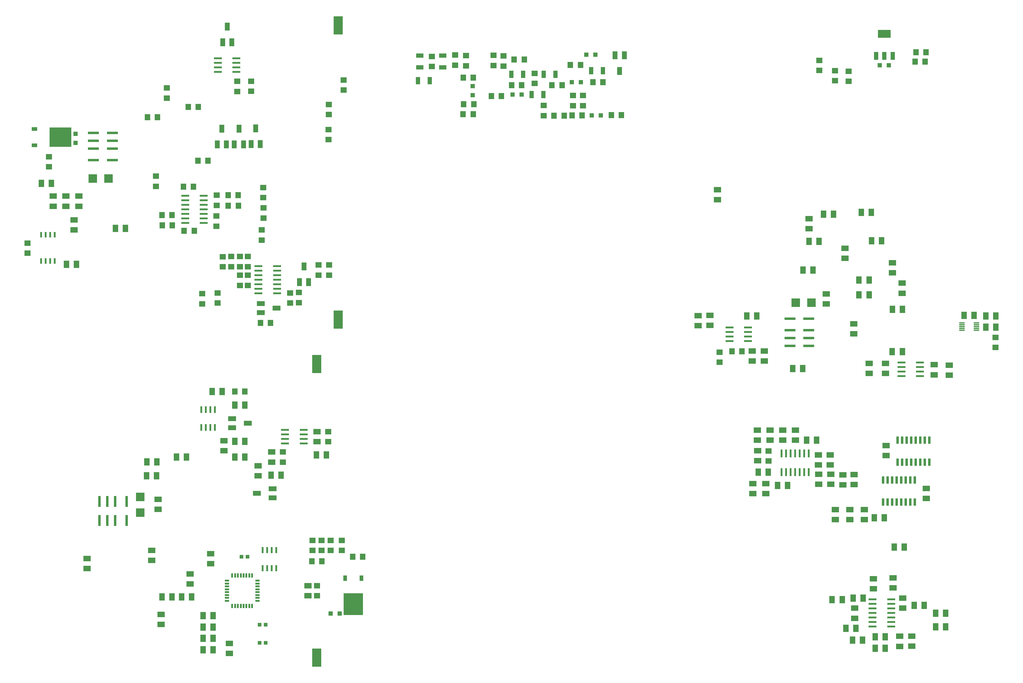
<source format=gtp>
%MOIN*%
%OFA0B0*%
%FSLAX34Y34*%
%IPPOS*%
%LPD*%
%AMOC8*
5,1,8,0,0,$1,22.5*%
%AMOC80*
5,1,8,0,0,$1,22.5*%
%AMOC81*
5,1,8,0,0,$1,-67.5*%
%AMOC800*
5,1,8,0,0,$1,-67.5*%
%AMOC8000*
5,1,8,0,0,$1,22.5*%
%ADD10R,0.070866141732283464X0.062992125984251982*%
%ADD11R,0.026000000000000002X0.08*%
%ADD12R,0.023622047244094488X0.086614173228346469*%
%ADD13R,0.062992125984251982X0.07874015748031496*%
%ADD14R,0.07874015748031496X0.062992125984251982*%
%ADD15R,0.086614173228346469X0.023622047244094488*%
%ADD26R,0.070866141732283464X0.062992125984251982*%
%ADD27R,0.062992125984251982X0.070866141732283464*%
%ADD28R,0.094488188976377951X0.094488188976377951*%
%ADD29R,0.12204724409448819X0.031496062992125991*%
%ADD30R,0.07874015748031496X0.062992125984251982*%
%ADD31R,0.062992125984251982X0.07874015748031496*%
%ADD32R,0.060000000000000005X0.013000000000000001*%
%ADD33R,0.05X0.05*%
%ADD34R,0.048000000000000008X0.088*%
%ADD35R,0.14173228346456693X0.086614173228346469*%
%ADD36R,0.086614173228346469X0.023622047244094488*%
%ADD47R,0.043307086614173235X0.03937007874015748*%
%ADD48R,0.062992125984251982X0.070866141732283464*%
%ADD49R,0.070866141732283464X0.062992125984251982*%
%ADD50R,0.087000000000000008X0.024000000000000004*%
%ADD51R,0.07874015748031496X0.062992125984251982*%
%ADD52R,0.062992125984251982X0.07874015748031496*%
%ADD53R,0.086000000000000007X0.052000000000000005*%
%ADD54R,0.022X0.078000000000000014*%
%ADD55R,0.022X0.05*%
%ADD56R,0.05X0.022*%
%ADD57R,0.031496062992125991X0.12204724409448819*%
%ADD58R,0.03937007874015748X0.062992125984251982*%
%ADD59R,0.21259842519685043X0.24409448818897639*%
%ADD60R,0.094488188976377951X0.094488188976377951*%
%ADD61R,0.05X0.05*%
%ADD62R,0.1X0.2*%
%ADD63R,0.023622047244094488X0.067716535433070865*%
%ADD74R,0.070866141732283464X0.062992125984251982*%
%ADD75R,0.062992125984251982X0.070866141732283464*%
%ADD76R,0.086614173228346469X0.023622047244094488*%
%ADD77R,0.12204724409448819X0.031496062992125991*%
%ADD78R,0.070984251968503942X0.062992125984251982*%
%ADD79R,0.052000000000000005X0.086000000000000007*%
%ADD80R,0.062992125984251982X0.070984251968503942*%
%ADD81R,0.086000000000000007X0.052000000000000005*%
%ADD82R,0.062992125984251982X0.07874015748031496*%
%ADD83R,0.07874015748031496X0.062992125984251982*%
%ADD84R,0.062992125984251982X0.03937007874015748*%
%ADD85R,0.24409448818897639X0.21259842519685043*%
%ADD86R,0.021X0.061000000000000006*%
%ADD87R,0.094488188976377951X0.094488188976377951*%
%ADD88R,0.05X0.05*%
%ADD89R,0.1X0.2*%
%ADD100R,0.052000000000000005X0.086000000000000007*%
%ADD101R,0.062992125984251982X0.070984251968503942*%
%ADD102R,0.05X0.05*%
%ADD103R,0.070984251968503942X0.062992125984251982*%
%ADD104R,0.05X0.08*%
%ADD105R,0.08X0.05*%
%LPD*%
G75*
G01*
D10*
X0079133Y0001574D02*
X0084882Y0023941D03*
X0084882Y0025043D03*
D11*
X0101003Y0021829D03*
X0101003Y0019409D03*
X0100503Y0021829D03*
X0100003Y0021829D03*
X0100503Y0019409D03*
X0100003Y0019409D03*
X0099503Y0021829D03*
X0099503Y0019409D03*
X0099003Y0021829D03*
X0099003Y0019409D03*
X0098503Y0021829D03*
X0098003Y0021829D03*
X0098503Y0019409D03*
X0098003Y0019409D03*
X0097503Y0021829D03*
X0097503Y0019409D03*
X0102605Y0026231D03*
X0102605Y0023812D03*
X0102105Y0026231D03*
X0101605Y0026231D03*
X0102105Y0023812D03*
X0101605Y0023812D03*
X0101105Y0026231D03*
X0101105Y0023812D03*
X0100605Y0026231D03*
X0100605Y0023812D03*
X0100105Y0026231D03*
X0099605Y0026231D03*
X0100105Y0023812D03*
X0099605Y0023812D03*
X0099105Y0026231D03*
X0099105Y0023812D03*
D12*
X0088808Y0024768D03*
X0088808Y0022721D03*
X0089308Y0024768D03*
X0088308Y0024768D03*
X0087808Y0024768D03*
X0089308Y0022721D03*
X0088308Y0022721D03*
X0087808Y0022721D03*
X0086808Y0024768D03*
X0086808Y0022721D03*
X0087308Y0024768D03*
X0086308Y0024768D03*
X0087308Y0022721D03*
X0086308Y0022721D03*
D13*
X0098760Y0014447D03*
X0099862Y0014447D03*
D14*
X0085053Y0027347D03*
X0085053Y0026246D03*
X0086448Y0027347D03*
X0086448Y0026246D03*
X0087844Y0027347D03*
X0087844Y0026246D03*
X0102286Y0019802D03*
X0102286Y0020903D03*
X0083699Y0025081D03*
X0083699Y0023978D03*
X0097851Y0025635D03*
X0097851Y0024533D03*
X0093087Y0021316D03*
X0093087Y0022418D03*
X0091679Y0024626D03*
X0091679Y0023523D03*
X0094315Y0021335D03*
X0094315Y0022437D03*
X0090393Y0024602D03*
X0090393Y0023500D03*
D13*
X0083754Y0022724D03*
X0084857Y0022724D03*
D14*
X0091740Y0022464D03*
X0091740Y0021362D03*
X0092251Y0018586D03*
X0092251Y0017484D03*
X0093848Y0018586D03*
X0093848Y0017484D03*
X0095443Y0018586D03*
X0095443Y0017484D03*
D13*
X0085872Y0021239D03*
X0086975Y0021239D03*
X0089077Y0026242D03*
X0090180Y0026242D03*
D15*
X0096365Y0008192D03*
X0098412Y0008192D03*
X0096365Y0008692D03*
X0096365Y0007692D03*
X0096365Y0007191D03*
X0098412Y0008692D03*
X0098412Y0007692D03*
X0098412Y0007191D03*
X0096365Y0006192D03*
X0098412Y0006192D03*
X0096365Y0006692D03*
X0096365Y0005692D03*
X0098412Y0006692D03*
X0098412Y0005692D03*
D14*
X0096434Y0010956D03*
X0096434Y0009854D03*
D13*
X0097650Y0017689D03*
X0096548Y0017689D03*
X0093416Y0005477D03*
X0094519Y0005477D03*
X0096655Y0003275D03*
X0097757Y0003275D03*
D14*
X0098631Y0011042D03*
X0098631Y0009940D03*
D13*
X0100958Y0008001D03*
X0102060Y0008001D03*
D14*
X0100677Y0004616D03*
X0100677Y0003514D03*
X0099682Y0008816D03*
X0099682Y0007713D03*
X0094393Y0007695D03*
X0094393Y0006592D03*
D13*
X0094225Y0008814D03*
X0095329Y0008814D03*
D14*
X0099358Y0003492D03*
X0099358Y0004596D03*
D13*
X0103324Y0005629D03*
X0104427Y0005629D03*
X0096649Y0004532D03*
X0097752Y0004532D03*
X0095260Y0004174D03*
X0094158Y0004174D03*
X0091900Y0008653D03*
X0093002Y0008653D03*
X0104421Y0007135D03*
X0103318Y0007135D03*
D14*
X0083658Y0027347D03*
X0083658Y0026246D03*
X0090418Y0021387D03*
X0090418Y0022490D03*
X0083146Y0021435D03*
X0083146Y0020332D03*
X0084567Y0020338D03*
X0084567Y0021440D03*
G75*
G01*
D26*
X0075984Y0032677D02*
X0092228Y0067009D03*
X0092228Y0065907D03*
X0093729Y0066952D03*
X0093729Y0065850D03*
D27*
X0101035Y0068013D03*
X0102137Y0068013D03*
X0101157Y0069045D03*
X0102260Y0069045D03*
D26*
X0109906Y0036463D03*
X0109906Y0037566D03*
D28*
X0087876Y0041412D03*
X0089608Y0041412D03*
D29*
X0087241Y0039640D03*
X0087241Y0038380D03*
X0087241Y0037514D03*
X0087241Y0036648D03*
X0089328Y0039640D03*
X0089328Y0038380D03*
X0089328Y0037514D03*
X0089328Y0036648D03*
D30*
X0093320Y0046299D03*
X0093320Y0047402D03*
X0098541Y0045801D03*
X0098541Y0044698D03*
D31*
X0097365Y0048240D03*
X0096262Y0048240D03*
X0096229Y0051373D03*
X0095126Y0051373D03*
X0092049Y0051190D03*
X0090946Y0051190D03*
D30*
X0091254Y0041271D03*
X0091254Y0042373D03*
D31*
X0095968Y0042269D03*
X0094865Y0042269D03*
X0094865Y0043907D03*
X0095968Y0043907D03*
D30*
X0099628Y0042458D03*
X0099628Y0043560D03*
X0089338Y0049568D03*
X0089338Y0050670D03*
X0079248Y0052786D03*
X0079248Y0053888D03*
D31*
X0109948Y0039935D03*
X0108846Y0039935D03*
X0109941Y0038704D03*
X0108839Y0038704D03*
X0106445Y0040001D03*
X0107547Y0040001D03*
D26*
X0090497Y0068134D03*
X0090497Y0067032D03*
D32*
X0107811Y0038393D03*
X0107811Y0038583D03*
X0107811Y0038783D03*
X0107811Y0038983D03*
X0107811Y0039173D03*
X0106211Y0039173D03*
X0106211Y0038983D03*
X0106211Y0038783D03*
X0106211Y0038583D03*
X0106211Y0038393D03*
D33*
X0097152Y0067602D03*
X0098153Y0067602D03*
D34*
X0096756Y0068634D03*
X0097666Y0068634D03*
X0098576Y0068634D03*
D35*
X0097666Y0071074D03*
D31*
X0090451Y0048168D03*
X0089347Y0048168D03*
X0089794Y0045008D03*
X0088692Y0045008D03*
X0083596Y0039949D03*
X0082493Y0039949D03*
D30*
X0078428Y0039998D03*
X0078428Y0038896D03*
D26*
X0079479Y0034832D03*
X0079479Y0035935D03*
D27*
X0080850Y0036050D03*
X0081952Y0036050D03*
D36*
X0080586Y0038172D03*
X0082632Y0038172D03*
X0080586Y0038672D03*
X0080586Y0037672D03*
X0080586Y0037172D03*
X0082632Y0038672D03*
X0082632Y0037672D03*
X0082632Y0037172D03*
D30*
X0084406Y0036070D03*
X0084406Y0034968D03*
D31*
X0087543Y0034131D03*
X0088645Y0034131D03*
X0099634Y0036026D03*
X0098532Y0036026D03*
D30*
X0083094Y0034976D03*
X0083094Y0036078D03*
X0077128Y0039964D03*
X0077128Y0038861D03*
D36*
X0099548Y0034296D03*
X0101596Y0034296D03*
X0099548Y0034796D03*
X0099548Y0033796D03*
X0099548Y0033296D03*
X0101596Y0034796D03*
X0101596Y0033796D03*
X0101596Y0033296D03*
D30*
X0095972Y0034725D03*
X0095972Y0033622D03*
X0097767Y0033595D03*
X0097767Y0034696D03*
X0103157Y0034560D03*
X0103157Y0033457D03*
X0104814Y0033423D03*
X0104814Y0034526D03*
D31*
X0098558Y0040687D03*
X0099660Y0040687D03*
D30*
X0094270Y0039089D03*
X0094270Y0037987D03*
G04 next file*
%LPD*%
G75*
G01*
D47*
X0001574Y0035826D02*
X0029409Y0003875D03*
X0028740Y0003875D03*
X0029409Y0005875D03*
X0028740Y0005875D03*
D48*
X0027125Y0031625D03*
X0026023Y0031625D03*
D49*
X0036324Y0026074D03*
X0036324Y0027176D03*
X0031324Y0024927D03*
X0031324Y0023824D03*
D50*
X0031544Y0027374D03*
X0031544Y0026875D03*
X0031544Y0026375D03*
X0031544Y0025875D03*
X0033604Y0025875D03*
X0033604Y0026375D03*
X0033604Y0026875D03*
X0033604Y0027374D03*
D51*
X0035074Y0027176D03*
X0035074Y0026074D03*
X0030074Y0024927D03*
X0030074Y0023824D03*
X0028574Y0023426D03*
X0028574Y0022324D03*
D52*
X0031125Y0022375D03*
X0030023Y0022375D03*
D53*
X0030190Y0019874D03*
X0028458Y0020375D03*
X0030190Y0020877D03*
D51*
X0034074Y0009074D03*
X0034074Y0010177D03*
D52*
X0036125Y0024625D03*
X0035023Y0024625D03*
X0026023Y0030125D03*
X0027125Y0030125D03*
D51*
X0024824Y0026177D03*
X0024824Y0025074D03*
D52*
X0017383Y0022325D03*
X0016281Y0022325D03*
X0023523Y0031625D03*
X0024625Y0031625D03*
X0027125Y0024375D03*
X0026023Y0024375D03*
X0027125Y0026125D03*
X0026023Y0026125D03*
D53*
X0025708Y0028626D03*
X0027440Y0028125D03*
X0025708Y0027624D03*
D54*
X0022324Y0027655D03*
X0022824Y0027655D03*
X0023323Y0027655D03*
X0023824Y0027655D03*
X0023824Y0029594D03*
X0023323Y0029594D03*
X0022824Y0029594D03*
X0022324Y0029594D03*
D55*
X0025722Y0007935D03*
X0026037Y0007935D03*
X0026351Y0007935D03*
X0026667Y0007935D03*
X0026982Y0007935D03*
X0027296Y0007935D03*
X0027612Y0007935D03*
X0027927Y0007935D03*
D56*
X0028514Y0008523D03*
X0028514Y0008838D03*
X0028514Y0009153D03*
X0028514Y0009468D03*
X0028514Y0009783D03*
X0028514Y0010098D03*
X0028514Y0010412D03*
X0028514Y0010728D03*
D55*
X0027927Y0011315D03*
X0027612Y0011315D03*
X0027296Y0011315D03*
X0026982Y0011315D03*
X0026667Y0011315D03*
X0026351Y0011315D03*
X0026037Y0011315D03*
X0025722Y0011315D03*
D56*
X0025134Y0010728D03*
X0025134Y0010412D03*
X0025134Y0010098D03*
X0025134Y0009783D03*
X0025134Y0009468D03*
X0025134Y0009153D03*
X0025134Y0008838D03*
X0025134Y0008523D03*
D52*
X0022523Y0005625D03*
X0023625Y0005625D03*
X0022523Y0004375D03*
X0023625Y0004375D03*
X0022523Y0003125D03*
X0023625Y0003125D03*
X0022523Y0006875D03*
X0023625Y0006875D03*
X0016304Y0023842D03*
X0017407Y0023842D03*
D51*
X0017547Y0018602D03*
X0017547Y0019704D03*
D57*
X0014070Y0019477D03*
X0012810Y0019477D03*
X0011943Y0019477D03*
X0011077Y0019477D03*
X0014070Y0017391D03*
X0012810Y0017391D03*
X0011943Y0017391D03*
X0011077Y0017391D03*
D51*
X0021075Y0010385D03*
X0021075Y0011487D03*
X0023347Y0013703D03*
X0023347Y0012600D03*
D52*
X0020143Y0008945D03*
X0021246Y0008945D03*
D49*
X0035074Y0010177D03*
X0035074Y0009074D03*
D48*
X0040125Y0013375D03*
X0039023Y0013375D03*
D58*
X0039972Y0011015D03*
X0038177Y0011015D03*
D59*
X0039074Y0008141D03*
D51*
X0009702Y0013172D03*
X0009702Y0012069D03*
D49*
X0036574Y0015177D03*
X0036574Y0014074D03*
X0035574Y0015177D03*
X0035574Y0014074D03*
X0034574Y0015177D03*
X0034574Y0014074D03*
D48*
X0035625Y0012875D03*
X0034523Y0012875D03*
D60*
X0015573Y0019992D03*
X0015573Y0018259D03*
D61*
X0037573Y0007125D03*
X0036574Y0007125D03*
D51*
X0017880Y0005909D03*
X0017880Y0007010D03*
D49*
X0037824Y0014074D03*
X0037824Y0015177D03*
D62*
X0035039Y0002238D03*
X0035039Y0034647D03*
D47*
X0026739Y0013375D03*
X0027409Y0013375D03*
D63*
X0029074Y0012125D03*
X0029573Y0012125D03*
X0030074Y0012125D03*
X0030574Y0012125D03*
X0030574Y0014125D03*
X0030074Y0014125D03*
X0029573Y0014125D03*
X0029074Y0014125D03*
D51*
X0025415Y0003799D03*
X0025415Y0002697D03*
D52*
X0017977Y0008930D03*
X0019079Y0008930D03*
D51*
X0016859Y0012962D03*
X0016859Y0014065D03*
D52*
X0019594Y0024391D03*
X0020697Y0024391D03*
G04 next file*
G75*
G01*
D74*
X0001968Y0073227D02*
X0024683Y0046473D03*
X0024683Y0045371D03*
D75*
X0019113Y0049943D03*
X0018010Y0049943D03*
D74*
X0038008Y0065968D03*
X0038008Y0064866D03*
X0005528Y0057501D03*
X0005528Y0056399D03*
X0036381Y0062168D03*
X0036381Y0063270D03*
D76*
X0020539Y0052707D03*
X0022586Y0052707D03*
X0020539Y0053207D03*
X0020539Y0052207D03*
X0020539Y0051707D03*
X0022586Y0053207D03*
X0022586Y0052207D03*
X0022586Y0051707D03*
X0020539Y0050707D03*
X0022586Y0050707D03*
X0020539Y0051207D03*
X0020539Y0050207D03*
X0022586Y0051207D03*
X0022586Y0050207D03*
X0028632Y0044950D03*
X0030679Y0044950D03*
X0028632Y0045450D03*
X0028632Y0044450D03*
X0028632Y0043949D03*
X0030679Y0045450D03*
X0030679Y0044450D03*
X0030679Y0043949D03*
X0028632Y0042950D03*
X0030679Y0042950D03*
X0028632Y0043450D03*
X0028632Y0042450D03*
X0030679Y0043450D03*
X0030679Y0042450D03*
D77*
X0012503Y0057157D03*
X0012503Y0058417D03*
X0012503Y0059283D03*
X0012503Y0060149D03*
X0010417Y0057157D03*
X0010417Y0058417D03*
X0010417Y0059283D03*
X0010417Y0060149D03*
D78*
X0026574Y0045393D03*
X0026574Y0046513D03*
D79*
X0033155Y0043684D03*
X0033656Y0045416D03*
X0034157Y0043684D03*
X0027810Y0058910D03*
X0028311Y0060641D03*
X0028813Y0058910D03*
D80*
X0026406Y0052107D03*
X0025287Y0052107D03*
D78*
X0024016Y0052156D03*
X0024016Y0053276D03*
D79*
X0025966Y0058876D03*
X0026468Y0060608D03*
X0026969Y0058876D03*
D78*
X0028992Y0049444D03*
X0028992Y0048324D03*
X0032105Y0041369D03*
X0032105Y0042490D03*
X0035242Y0044459D03*
X0035242Y0045579D03*
D81*
X0028899Y0041303D03*
X0030631Y0040801D03*
X0028899Y0040301D03*
D80*
X0029956Y0039191D03*
X0028837Y0039191D03*
X0017488Y0061889D03*
X0016369Y0061889D03*
D79*
X0024684Y0070157D03*
X0025185Y0071889D03*
X0025687Y0070157D03*
D82*
X0005798Y0054593D03*
X0004696Y0054593D03*
D78*
X0025630Y0046498D03*
X0025630Y0045378D03*
X0033073Y0041420D03*
X0033073Y0042539D03*
X0027455Y0045382D03*
X0027455Y0046501D03*
D83*
X0008809Y0052058D03*
X0008809Y0053160D03*
D78*
X0026568Y0043317D03*
X0026568Y0044436D03*
X0022432Y0041283D03*
X0022432Y0042403D03*
X0024114Y0041365D03*
X0024114Y0042486D03*
D83*
X0007396Y0053160D03*
X0007396Y0052058D03*
D82*
X0008560Y0045640D03*
X0007458Y0045640D03*
D78*
X0017322Y0055362D03*
X0017322Y0054242D03*
X0027458Y0044432D03*
X0027458Y0043312D03*
X0023993Y0050960D03*
X0023993Y0049840D03*
D80*
X0017976Y0051066D03*
X0019096Y0051066D03*
D78*
X0029161Y0052996D03*
X0029161Y0054116D03*
X0029188Y0051874D03*
X0029188Y0050754D03*
D84*
X0003928Y0060570D03*
X0003928Y0058775D03*
D85*
X0006800Y0059672D03*
D86*
X0006159Y0048918D03*
X0005659Y0048918D03*
X0005159Y0048918D03*
X0004659Y0048918D03*
X0004659Y0045998D03*
X0005159Y0045998D03*
X0005659Y0045998D03*
X0006159Y0045998D03*
D87*
X0012091Y0055111D03*
X0010358Y0055111D03*
D88*
X0008459Y0060031D03*
X0008459Y0059031D03*
D89*
X0037401Y0039554D03*
X0037401Y0072026D03*
D74*
X0036339Y0059417D03*
X0036339Y0060519D03*
D83*
X0005981Y0052058D03*
X0005981Y0053160D03*
D80*
X0025273Y0053277D03*
X0026392Y0053277D03*
D78*
X0027831Y0064734D03*
X0027831Y0065854D03*
X0026278Y0065830D03*
X0026278Y0064711D03*
D79*
X0024087Y0058883D03*
X0024589Y0060615D03*
X0025090Y0058883D03*
D80*
X0020339Y0054218D03*
X0021459Y0054218D03*
X0020423Y0049345D03*
X0021543Y0049345D03*
D76*
X0026189Y0067391D03*
X0024142Y0067391D03*
X0026189Y0066891D03*
X0026189Y0067891D03*
X0026189Y0068391D03*
X0024142Y0066891D03*
X0024142Y0067891D03*
X0024142Y0068391D03*
D74*
X0003158Y0046885D03*
X0003158Y0047987D03*
D80*
X0021945Y0057087D03*
X0023064Y0057087D03*
D78*
X0018520Y0063986D03*
X0018520Y0065106D03*
D83*
X0008267Y0050551D03*
X0008267Y0049448D03*
D82*
X0013937Y0049606D03*
X0012834Y0049606D03*
D78*
X0036417Y0045573D03*
X0036417Y0044452D03*
D80*
X0020874Y0063026D03*
X0021993Y0063026D03*
G04 next file*
G04 EAGLE Gerber RS-274X export*
G75*
G01*
D100*
X0045275Y0061022D02*
X0068967Y0068701D03*
X0068465Y0066969D03*
X0067965Y0068701D03*
D101*
X0067539Y0062118D03*
X0068658Y0062118D03*
X0066629Y0065741D03*
X0065509Y0065741D03*
X0064321Y0062086D03*
X0063203Y0062086D03*
D102*
X0065382Y0062072D03*
X0066382Y0062072D03*
D103*
X0064431Y0064268D03*
X0064431Y0063148D03*
D101*
X0063027Y0067646D03*
X0064147Y0067646D03*
D102*
X0064195Y0065728D03*
X0063195Y0065728D03*
D101*
X0057936Y0068249D03*
X0056816Y0068249D03*
D103*
X0060087Y0062059D03*
X0060087Y0063179D03*
D101*
X0061223Y0062055D03*
X0062342Y0062055D03*
D103*
X0063307Y0064262D03*
X0063307Y0063143D03*
D101*
X0062107Y0065415D03*
X0060988Y0065415D03*
D102*
X0056639Y0064372D03*
X0057638Y0064372D03*
D103*
X0059090Y0066714D03*
X0059090Y0065594D03*
D101*
X0056539Y0065395D03*
X0057657Y0065395D03*
X0055422Y0064203D03*
X0054302Y0064203D03*
X0051211Y0066249D03*
X0052331Y0066249D03*
D102*
X0052245Y0065296D03*
X0052245Y0064296D03*
D101*
X0052374Y0063320D03*
X0051254Y0063320D03*
X0052306Y0062209D03*
X0051186Y0062209D03*
D103*
X0047746Y0067465D03*
X0047746Y0068584D03*
X0055655Y0067511D03*
X0055655Y0068630D03*
X0054543Y0067593D03*
X0054543Y0068712D03*
X0051510Y0067552D03*
X0051510Y0068670D03*
X0050321Y0068745D03*
X0050321Y0067625D03*
D102*
X0064782Y0068765D03*
X0065782Y0068765D03*
D104*
X0065304Y0067012D03*
X0066604Y0067012D03*
X0060070Y0066620D03*
X0061369Y0066620D03*
X0058742Y0064376D03*
X0060042Y0064376D03*
X0057807Y0066614D03*
X0056506Y0066614D03*
X0047510Y0065925D03*
X0046210Y0065925D03*
D105*
X0046417Y0067361D03*
X0046417Y0068661D03*
X0048966Y0067361D03*
X0048966Y0068661D03*
M02*
</source>
